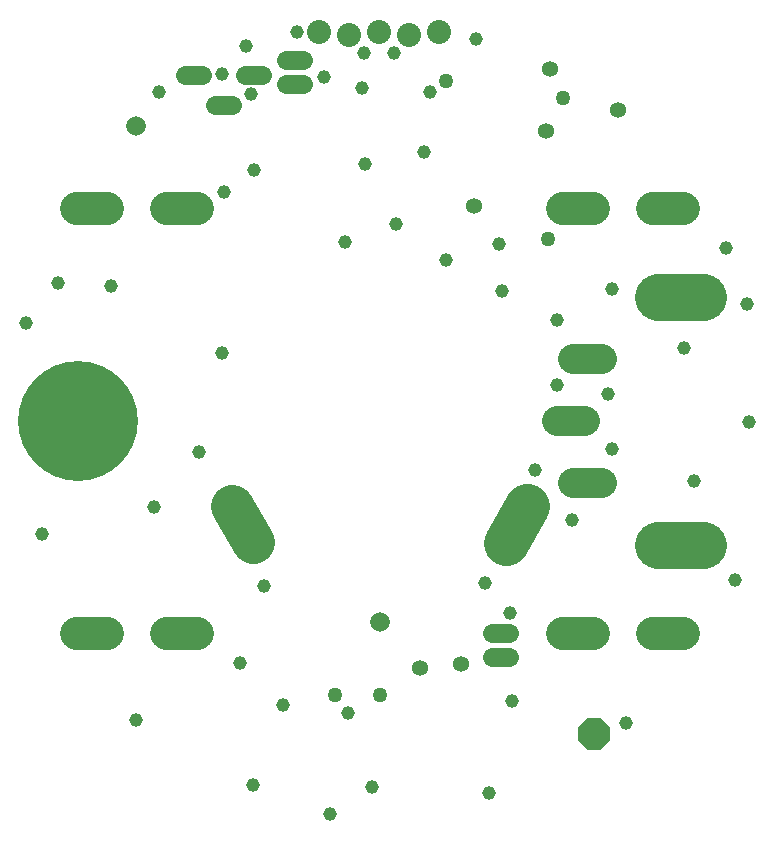
<source format=gbs>
G75*
%MOIN*%
%OFA0B0*%
%FSLAX24Y24*%
%IPPOS*%
%LPD*%
%AMOC8*
5,1,8,0,0,1.08239X$1,22.5*
%
%ADD10C,0.3997*%
%ADD11C,0.1005*%
%ADD12C,0.1562*%
%ADD13C,0.0620*%
%ADD14C,0.1110*%
%ADD15OC8,0.1060*%
%ADD16C,0.1444*%
%ADD17C,0.1484*%
%ADD18C,0.0800*%
%ADD19C,0.0536*%
%ADD20C,0.0457*%
%ADD21C,0.0654*%
%ADD22C,0.0496*%
D10*
X003920Y013960D03*
D11*
X019865Y013960D02*
X020810Y013960D01*
X020420Y016026D02*
X021365Y016026D01*
X021365Y011893D02*
X020420Y011893D01*
D12*
X023248Y009826D02*
X024750Y009826D01*
X024750Y018093D02*
X023248Y018093D01*
D13*
X018262Y006892D02*
X017702Y006892D01*
X017702Y006092D02*
X018262Y006092D01*
X009043Y024483D02*
X008483Y024483D01*
X008043Y025483D02*
X007483Y025483D01*
X009483Y025483D02*
X010043Y025483D01*
X010853Y025201D02*
X011413Y025201D01*
X011413Y026001D02*
X010853Y026001D01*
D14*
X007885Y021046D02*
X006835Y021046D01*
X004885Y021046D02*
X003835Y021046D01*
X003835Y006873D02*
X004885Y006873D01*
X006835Y006873D02*
X007885Y006873D01*
X020035Y006873D02*
X021085Y006873D01*
X023035Y006873D02*
X024085Y006873D01*
X024085Y021046D02*
X023035Y021046D01*
X021085Y021046D02*
X020035Y021046D01*
D15*
X021122Y003517D03*
D16*
X009730Y009926D02*
X009038Y011125D01*
D17*
X018169Y009892D02*
X018881Y011125D01*
D18*
X015952Y026923D03*
X014952Y026823D03*
X013952Y026923D03*
X012952Y026823D03*
X011952Y026923D03*
D19*
X017109Y021125D03*
X019511Y023605D03*
X019629Y025692D03*
X021912Y024314D03*
X016676Y005849D03*
X015298Y005731D03*
D20*
X005849Y003999D03*
X009314Y005889D03*
X010731Y004471D03*
X012897Y004235D03*
X013723Y001755D03*
X012306Y000849D03*
X009747Y001834D03*
X010101Y008448D03*
X006440Y011086D03*
X007936Y012936D03*
X008723Y016204D03*
X005023Y018448D03*
X003251Y018566D03*
X002188Y017227D03*
X008763Y021597D03*
X009786Y022306D03*
X009668Y024865D03*
X008723Y025534D03*
X009511Y026440D03*
X011204Y026912D03*
X012109Y025416D03*
X013369Y025062D03*
X013448Y026204D03*
X014432Y026204D03*
X015652Y024904D03*
X015456Y022936D03*
X013487Y022503D03*
X014511Y020534D03*
X012818Y019904D03*
X016164Y019314D03*
X017936Y019865D03*
X018054Y018290D03*
X019865Y017306D03*
X021715Y018369D03*
X024117Y016400D03*
X026204Y017857D03*
X025495Y019708D03*
X021558Y014865D03*
X019865Y015141D03*
X021715Y013015D03*
X020377Y010652D03*
X019156Y012306D03*
X017463Y008566D03*
X018290Y007542D03*
X018369Y004629D03*
X017621Y001558D03*
X022188Y003881D03*
X025810Y008645D03*
X024432Y011952D03*
X026282Y013920D03*
X017188Y026676D03*
X006597Y024904D03*
X002700Y010180D03*
D21*
X013960Y007267D03*
X005849Y023802D03*
D22*
X016184Y025278D03*
X020062Y024708D03*
X019589Y020023D03*
X013969Y004816D03*
X012483Y004816D03*
M02*

</source>
